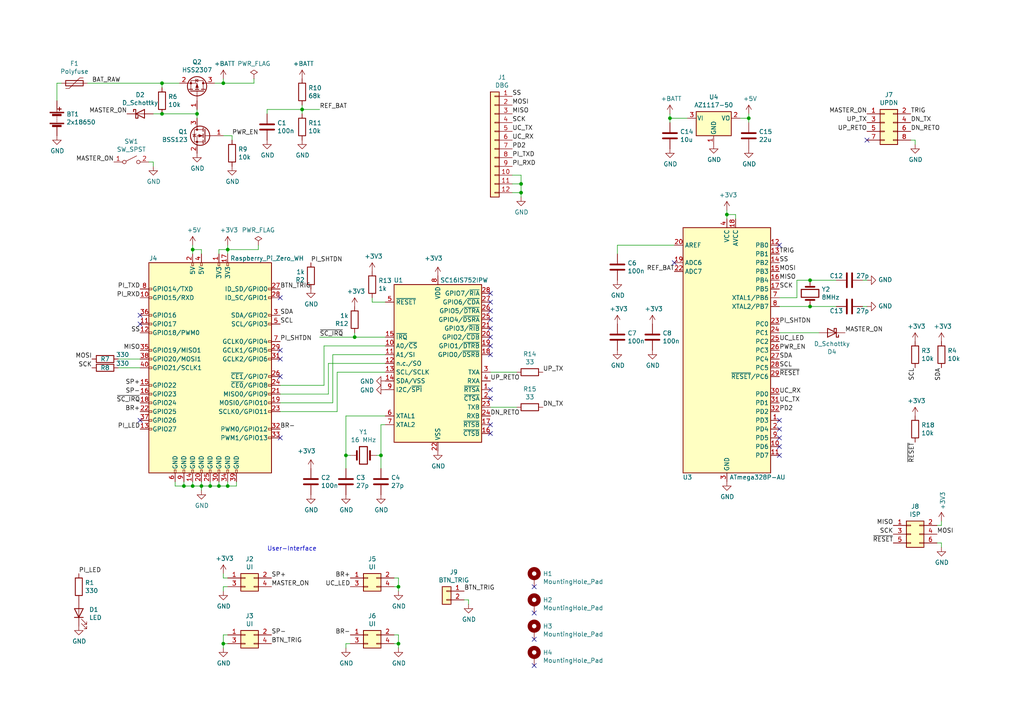
<source format=kicad_sch>
(kicad_sch (version 20211123) (generator eeschema)
  (paper "A4")
  (junction (at 115.57 186.69))
  (junction (at 151.13 53.34))
  (junction (at 55.88 140.97))
  (junction (at 110.49 132.08))
  (junction (at 46.99 24.13))
  (junction (at 53.34 140.97))
  (junction (at 102.87 97.79))
  (junction (at 58.42 140.97))
  (junction (at 194.31 34.29))
  (junction (at 151.13 55.88))
  (junction (at 66.04 140.97))
  (junction (at 60.96 140.97))
  (junction (at 55.88 72.39))
  (junction (at 115.57 170.18))
  (junction (at 66.04 72.39))
  (junction (at 217.17 34.29))
  (junction (at 64.77 24.13))
  (junction (at 87.63 31.75))
  (junction (at 100.33 132.08))
  (junction (at 234.95 81.28))
  (junction (at 46.99 33.02))
  (junction (at 210.82 62.23))
  (junction (at 57.15 33.02))
  (junction (at 63.5 140.97))
  (junction (at 64.77 186.69))
  (junction (at 234.95 88.9))
  (no_connect (at 142.24 125.73))
  (no_connect (at 40.64 121.92))
  (no_connect (at 81.28 127))
  (no_connect (at 142.24 123.19))
  (no_connect (at 142.24 95.25))
  (no_connect (at 154.94 170.18))
  (no_connect (at 226.06 71.12))
  (no_connect (at 142.24 113.03))
  (no_connect (at 226.06 124.46))
  (no_connect (at 40.64 91.44))
  (no_connect (at 195.58 76.2))
  (no_connect (at 142.24 100.33))
  (no_connect (at 142.24 87.63))
  (no_connect (at 81.28 104.14))
  (no_connect (at 142.24 85.09))
  (no_connect (at 226.06 129.54))
  (no_connect (at 154.94 193.04))
  (no_connect (at 251.46 40.64))
  (no_connect (at 142.24 102.87))
  (no_connect (at 142.24 97.79))
  (no_connect (at 226.06 132.08))
  (no_connect (at 40.64 93.98))
  (no_connect (at 154.94 177.8))
  (no_connect (at 226.06 121.92))
  (no_connect (at 142.24 90.17))
  (no_connect (at 154.94 185.42))
  (no_connect (at 226.06 127))
  (no_connect (at 142.24 92.71))
  (no_connect (at 142.24 115.57))
  (no_connect (at 81.28 109.22))
  (no_connect (at 81.28 101.6))
  (no_connect (at 81.28 86.36))
  (wire (pts (xy 265.43 40.64) (xy 265.43 41.91)))
  (wire (pts (xy 96.52 116.84) (xy 96.52 102.87)))
  (wire (pts (xy 148.59 55.88) (xy 151.13 55.88)))
  (wire (pts (xy 231.14 81.28) (xy 231.14 86.36)))
  (wire (pts (xy 55.88 140.97) (xy 58.42 140.97)))
  (wire (pts (xy 77.47 31.75) (xy 77.47 33.02)))
  (wire (pts (xy 149.86 107.95) (xy 142.24 107.95)))
  (wire (pts (xy 237.49 96.52) (xy 226.06 96.52)))
  (wire (pts (xy 199.39 34.29) (xy 194.31 34.29)))
  (wire (pts (xy 64.77 186.69) (xy 64.77 187.96)))
  (wire (pts (xy 210.82 62.23) (xy 210.82 63.5)))
  (wire (pts (xy 110.49 132.08) (xy 110.49 135.89)))
  (wire (pts (xy 214.63 34.29) (xy 217.17 34.29)))
  (wire (pts (xy 217.17 34.29) (xy 217.17 35.56)))
  (wire (pts (xy 60.96 140.97) (xy 63.5 140.97)))
  (wire (pts (xy 66.04 167.64) (xy 64.77 167.64)))
  (wire (pts (xy 271.78 157.48) (xy 273.05 157.48)))
  (wire (pts (xy 135.89 173.99) (xy 135.89 175.26)))
  (wire (pts (xy 64.77 39.37) (xy 67.31 39.37)))
  (wire (pts (xy 55.88 72.39) (xy 58.42 72.39)))
  (wire (pts (xy 64.77 184.15) (xy 64.77 186.69)))
  (wire (pts (xy 115.57 170.18) (xy 115.57 171.45)))
  (wire (pts (xy 73.66 24.13) (xy 73.66 22.86)))
  (wire (pts (xy 55.88 72.39) (xy 55.88 73.66)))
  (wire (pts (xy 100.33 120.65) (xy 111.76 120.65)))
  (wire (pts (xy 66.04 72.39) (xy 74.93 72.39)))
  (wire (pts (xy 87.63 31.75) (xy 77.47 31.75)))
  (wire (pts (xy 58.42 140.97) (xy 58.42 139.7)))
  (wire (pts (xy 210.82 60.96) (xy 210.82 62.23)))
  (wire (pts (xy 250.19 81.28) (xy 251.46 81.28)))
  (wire (pts (xy 234.95 88.9) (xy 242.57 88.9)))
  (wire (pts (xy 44.45 33.02) (xy 46.99 33.02)))
  (wire (pts (xy 231.14 86.36) (xy 226.06 86.36)))
  (wire (pts (xy 68.58 140.97) (xy 68.58 139.7)))
  (wire (pts (xy 87.63 31.75) (xy 87.63 33.02)))
  (wire (pts (xy 34.29 106.68) (xy 40.64 106.68)))
  (wire (pts (xy 58.42 142.24) (xy 58.42 140.97)))
  (wire (pts (xy 194.31 34.29) (xy 194.31 35.56)))
  (wire (pts (xy 87.63 31.75) (xy 92.71 31.75)))
  (wire (pts (xy 110.49 123.19) (xy 110.49 132.08)))
  (wire (pts (xy 46.99 33.02) (xy 57.15 33.02)))
  (wire (pts (xy 16.51 24.13) (xy 16.51 29.21)))
  (wire (pts (xy 66.04 139.7) (xy 66.04 140.97)))
  (wire (pts (xy 63.5 73.66) (xy 63.5 72.39)))
  (wire (pts (xy 102.87 97.79) (xy 111.76 97.79)))
  (wire (pts (xy 101.6 132.08) (xy 100.33 132.08)))
  (wire (pts (xy 58.42 140.97) (xy 60.96 140.97)))
  (wire (pts (xy 115.57 186.69) (xy 115.57 187.96)))
  (wire (pts (xy 63.5 140.97) (xy 66.04 140.97)))
  (wire (pts (xy 114.3 167.64) (xy 115.57 167.64)))
  (wire (pts (xy 66.04 170.18) (xy 64.77 170.18)))
  (wire (pts (xy 213.36 62.23) (xy 213.36 63.5)))
  (wire (pts (xy 74.93 72.39) (xy 74.93 71.12)))
  (wire (pts (xy 63.5 72.39) (xy 66.04 72.39)))
  (wire (pts (xy 273.05 152.4) (xy 273.05 151.13)))
  (wire (pts (xy 95.25 114.3) (xy 95.25 105.41)))
  (wire (pts (xy 148.59 53.34) (xy 151.13 53.34)))
  (wire (pts (xy 16.51 24.13) (xy 17.78 24.13)))
  (wire (pts (xy 151.13 50.8) (xy 151.13 53.34)))
  (wire (pts (xy 87.63 30.48) (xy 87.63 31.75)))
  (wire (pts (xy 111.76 123.19) (xy 110.49 123.19)))
  (wire (pts (xy 64.77 24.13) (xy 73.66 24.13)))
  (wire (pts (xy 66.04 140.97) (xy 68.58 140.97)))
  (wire (pts (xy 102.87 97.79) (xy 92.71 97.79)))
  (wire (pts (xy 66.04 184.15) (xy 64.77 184.15)))
  (wire (pts (xy 194.31 33.02) (xy 194.31 34.29)))
  (wire (pts (xy 271.78 152.4) (xy 273.05 152.4)))
  (wire (pts (xy 53.34 139.7) (xy 53.34 140.97)))
  (wire (pts (xy 96.52 102.87) (xy 111.76 102.87)))
  (wire (pts (xy 66.04 72.39) (xy 66.04 71.12)))
  (wire (pts (xy 81.28 114.3) (xy 95.25 114.3)))
  (wire (pts (xy 114.3 184.15) (xy 115.57 184.15)))
  (wire (pts (xy 115.57 167.64) (xy 115.57 170.18)))
  (wire (pts (xy 46.99 24.13) (xy 46.99 25.4)))
  (wire (pts (xy 64.77 170.18) (xy 64.77 171.45)))
  (wire (pts (xy 97.79 119.38) (xy 97.79 107.95)))
  (wire (pts (xy 251.46 88.9) (xy 250.19 88.9)))
  (wire (pts (xy 62.23 24.13) (xy 64.77 24.13)))
  (wire (pts (xy 44.45 46.99) (xy 44.45 48.26)))
  (wire (pts (xy 115.57 184.15) (xy 115.57 186.69)))
  (wire (pts (xy 50.8 140.97) (xy 50.8 139.7)))
  (wire (pts (xy 55.88 71.12) (xy 55.88 72.39)))
  (wire (pts (xy 25.4 24.13) (xy 46.99 24.13)))
  (wire (pts (xy 234.95 81.28) (xy 231.14 81.28)))
  (wire (pts (xy 109.22 132.08) (xy 110.49 132.08)))
  (wire (pts (xy 210.82 62.23) (xy 213.36 62.23)))
  (wire (pts (xy 60.96 139.7) (xy 60.96 140.97)))
  (wire (pts (xy 34.29 104.14) (xy 40.64 104.14)))
  (wire (pts (xy 81.28 116.84) (xy 96.52 116.84)))
  (wire (pts (xy 148.59 50.8) (xy 151.13 50.8)))
  (wire (pts (xy 151.13 55.88) (xy 151.13 57.15)))
  (wire (pts (xy 114.3 186.69) (xy 115.57 186.69)))
  (wire (pts (xy 107.95 87.63) (xy 107.95 86.36)))
  (wire (pts (xy 151.13 53.34) (xy 151.13 55.88)))
  (wire (pts (xy 57.15 33.02) (xy 57.15 34.29)))
  (wire (pts (xy 100.33 186.69) (xy 100.33 187.96)))
  (wire (pts (xy 93.98 100.33) (xy 93.98 111.76)))
  (wire (pts (xy 179.07 71.12) (xy 179.07 73.66)))
  (wire (pts (xy 64.77 167.64) (xy 64.77 166.37)))
  (wire (pts (xy 149.86 118.11) (xy 142.24 118.11)))
  (wire (pts (xy 234.95 81.28) (xy 242.57 81.28)))
  (wire (pts (xy 66.04 73.66) (xy 66.04 72.39)))
  (wire (pts (xy 111.76 100.33) (xy 93.98 100.33)))
  (wire (pts (xy 273.05 157.48) (xy 273.05 158.75)))
  (wire (pts (xy 100.33 120.65) (xy 100.33 132.08)))
  (wire (pts (xy 63.5 139.7) (xy 63.5 140.97)))
  (wire (pts (xy 52.07 24.13) (xy 46.99 24.13)))
  (wire (pts (xy 50.8 140.97) (xy 53.34 140.97)))
  (wire (pts (xy 64.77 24.13) (xy 64.77 22.86)))
  (wire (pts (xy 66.04 186.69) (xy 64.77 186.69)))
  (wire (pts (xy 264.16 40.64) (xy 265.43 40.64)))
  (wire (pts (xy 95.25 105.41) (xy 111.76 105.41)))
  (wire (pts (xy 67.31 39.37) (xy 67.31 40.64)))
  (wire (pts (xy 107.95 87.63) (xy 111.76 87.63)))
  (wire (pts (xy 100.33 132.08) (xy 100.33 135.89)))
  (wire (pts (xy 58.42 72.39) (xy 58.42 73.66)))
  (wire (pts (xy 55.88 139.7) (xy 55.88 140.97)))
  (wire (pts (xy 102.87 97.79) (xy 102.87 96.52)))
  (wire (pts (xy 226.06 88.9) (xy 234.95 88.9)))
  (wire (pts (xy 97.79 107.95) (xy 111.76 107.95)))
  (wire (pts (xy 195.58 71.12) (xy 179.07 71.12)))
  (wire (pts (xy 93.98 111.76) (xy 81.28 111.76)))
  (wire (pts (xy 53.34 140.97) (xy 55.88 140.97)))
  (wire (pts (xy 43.18 46.99) (xy 44.45 46.99)))
  (wire (pts (xy 134.62 173.99) (xy 135.89 173.99)))
  (wire (pts (xy 101.6 186.69) (xy 100.33 186.69)))
  (wire (pts (xy 81.28 119.38) (xy 97.79 119.38)))
  (wire (pts (xy 217.17 33.02) (xy 217.17 34.29)))
  (wire (pts (xy 114.3 170.18) (xy 115.57 170.18)))
  (wire (pts (xy 57.15 33.02) (xy 57.15 31.75)))
  (text "User-Interface" (at 77.47 160.02 0) (effects (font (size 1.27 1.27)) (justify left bottom)))
  (label "MASTER_ON" (at 245.11 96.52 0))
  (label "DN_RETO" (at 142.24 120.65 0))
  (label "MOSI" (at 226.06 78.74 0))
  (label "~{SC_IRQ}" (at 40.64 116.84 180))
  (label "MASTER_ON" (at 251.46 33.02 180))
  (label "BAT_RAW" (at 26.67 24.13 0))
  (label "UP_TX" (at 157.48 107.95 0))
  (label "SP+" (at 78.74 167.64 0))
  (label "SS" (at 148.59 27.94 0))
  (label "~{RESET}" (at 259.08 157.48 180))
  (label "MISO" (at 40.64 101.6 180))
  (label "SS" (at 40.64 96.52 180))
  (label "TRIG" (at 264.16 33.02 0))
  (label "PI_SHTDN" (at 81.28 99.06 0))
  (label "DN_RETO" (at 264.16 38.1 0))
  (label "PI_RXD" (at 40.64 86.36 180))
  (label "BTN_TRIG" (at 78.74 186.69 0))
  (label "BR-" (at 101.6 184.15 180))
  (label "BTN_TRIG" (at 81.28 83.82 0))
  (label "SDA" (at 226.06 104.14 0))
  (label "SCK" (at 226.06 83.82 0))
  (label "DN_TX" (at 264.16 35.56 0))
  (label "SCL" (at 265.43 106.68 270))
  (label "UC_RX" (at 226.06 114.3 0))
  (label "BR+" (at 101.6 167.64 180))
  (label "PD2" (at 148.59 43.18 0))
  (label "PWR_EN" (at 67.31 39.37 0))
  (label "SS" (at 226.06 76.2 0))
  (label "SCL" (at 81.28 93.98 0))
  (label "UC_TX" (at 148.59 38.1 0))
  (label "BR-" (at 81.28 124.46 0))
  (label "SDA" (at 81.28 91.44 0))
  (label "SDA" (at 273.05 106.68 270))
  (label "SCK" (at 148.59 35.56 0))
  (label "MISO" (at 226.06 81.28 0))
  (label "~{SC_IRQ}" (at 92.71 97.79 0))
  (label "MISO" (at 259.08 152.4 180))
  (label "PI_RXD" (at 148.59 48.26 0))
  (label "SCK" (at 259.08 154.94 180))
  (label "~{RESET}" (at 265.43 128.27 270))
  (label "MOSI" (at 271.78 154.94 0))
  (label "UC_RX" (at 148.59 40.64 0))
  (label "SP-" (at 78.74 184.15 0))
  (label "PI_LED" (at 40.64 124.46 180))
  (label "UC_LED" (at 226.06 99.06 0))
  (label "UP_RETO" (at 142.24 110.49 0))
  (label "PI_TXD" (at 148.59 45.72 0))
  (label "MOSI" (at 148.59 30.48 0))
  (label "~{RESET}" (at 226.06 109.22 0))
  (label "UC_TX" (at 226.06 116.84 0))
  (label "PI_LED" (at 22.86 166.37 0))
  (label "PD2" (at 226.06 119.38 0))
  (label "TRIG" (at 226.06 73.66 0))
  (label "SCK" (at 26.67 106.68 180))
  (label "SP-" (at 40.64 114.3 180))
  (label "UP_RETO" (at 251.46 38.1 180))
  (label "MOSI" (at 26.67 104.14 180))
  (label "MASTER_ON" (at 33.02 46.99 180))
  (label "UP_TX" (at 251.46 35.56 180))
  (label "DN_TX" (at 157.48 118.11 0))
  (label "MASTER_ON" (at 36.83 33.02 180))
  (label "MISO" (at 148.59 33.02 0))
  (label "PI_SHTDN" (at 90.17 76.2 0))
  (label "PWR_EN" (at 226.06 101.6 0))
  (label "BTN_TRIG" (at 134.62 171.45 0))
  (label "UC_LED" (at 101.6 170.18 180))
  (label "PI_TXD" (at 40.64 83.82 180))
  (label "BR+" (at 40.64 119.38 180))
  (label "REF_BAT" (at 92.71 31.75 0))
  (label "MASTER_ON" (at 78.74 170.18 0))
  (label "SCL" (at 226.06 106.68 0))
  (label "SP+" (at 40.64 111.76 180))
  (label "REF_BAT" (at 195.58 78.74 180))
  (label "PI_SHTDN" (at 226.06 93.98 0))
  (symbol (lib_id "Device:R") (at 22.86 170.18 0) (unit 1)
    (property "Reference" "R1" (at 24.638 169.0116 0) (effects (justify left)))
    (property "Value" "330" (at 24.638 171.323 0) (effects (justify left)))
    (property "Footprint" "Resistor_SMD:R_0603_1608Metric" (effects hide))
    (property "MPN" "RC0603FR-07330RL" (effects hide))
    (property "Manufacturer" "YAGEO" (effects hide))
  )
  (symbol (lib_id "Device:LED") (at 22.86 177.8 90) (unit 1)
    (property "Reference" "D1" (at 25.8572 176.8094 90) (effects (justify right)))
    (property "Value" "LED" (at 25.8572 179.1208 90) (effects (justify right)))
    (property "Footprint" "LED_SMD:LED_0603_1608Metric" (effects hide))
    (property "MPN" "LTST-C193KRKT-5A" (effects hide))
    (property "Manufacturer" "Lite-On" (effects hide))
  )
  (symbol (lib_id "power:GND") (at 22.86 181.61 0) (unit 1)
    (property "Reference" "#PWR0105" (effects hide))
    (property "Value" "GND" (at 22.987 186.0042 0))
  )
  (symbol (lib_id "Device:R") (at 153.67 107.95 90) (unit 1)
    (property "Reference" "R14" (at 153.67 102.6922 90))
    (property "Value" "33" (at 153.67 105.0036 90))
    (property "Footprint" "Resistor_SMD:R_0603_1608Metric" (effects hide))
    (property "Manufacturer" "YAGEO" (effects hide))
    (property "MPN" "RC0603FR-0733RL" (effects hide))
  )
  (symbol (lib_id "Device:R") (at 153.67 118.11 90) (unit 1)
    (property "Reference" "R15" (at 153.67 112.8522 90))
    (property "Value" "33" (at 153.67 115.1636 90))
    (property "Footprint" "Resistor_SMD:R_0603_1608Metric" (effects hide))
    (property "Manufacturer" "YAGEO" (effects hide))
    (property "MPN" "RC0603FR-0733RL" (effects hide))
  )
  (symbol (lib_id "Interface_UART:SC16IS752IPW") (at 127 105.41 0) (unit 1)
    (property "Reference" "U1" (at 115.57 81.28 0))
    (property "Value" "SC16IS752IPW" (at 134.62 81.28 0))
    (property "Footprint" "Package_SO:TSSOP-28_4.4x9.7mm_P0.65mm" (effects hide))
    (property "Datasheet" "https://www.nxp.com/docs/en/data-sheet/SC16IS752_SC16IS762.pdf" (effects hide))
    (property "MPN" "SC16IS752IPW,128" (effects hide))
    (property "Manufacturer" "NXP" (effects hide))
  )
  (symbol (lib_id "Transistor_FET:BSS123") (at 59.69 39.37 0) (mirror y) (unit 1)
    (property "Reference" "Q1" (at 54.483 38.2016 0) (effects (justify left)))
    (property "Value" "BSS123" (at 54.483 40.513 0) (effects (justify left)))
    (property "Footprint" "Package_TO_SOT_SMD:SOT-23" (effects hide))
    (property "Datasheet" "http://www.diodes.com/assets/Datasheets/ds30366.pdf" (effects hide))
    (property "Manufacturer" "Changjiang Electronics Tech (CJ)" (effects hide))
    (property "MPN" "BSS123" (effects hide))
  )
  (symbol (lib_id "power:GND") (at 57.15 44.45 0) (unit 1)
    (property "Reference" "#PWR0127" (effects hide))
    (property "Value" "GND" (at 57.277 48.8442 0))
  )
  (symbol (lib_id "Device:R") (at 67.31 44.45 0) (unit 1)
    (property "Reference" "R9" (at 69.088 43.2816 0) (effects (justify left)))
    (property "Value" "10k" (at 69.088 45.593 0) (effects (justify left)))
    (property "Footprint" "Resistor_SMD:R_0603_1608Metric" (effects hide))
    (property "Manufacturer" "YAGEO" (effects hide))
    (property "MPN" "RC0603JR-0710KL" (effects hide))
  )
  (symbol (lib_id "power:GND") (at 67.31 48.26 0) (unit 1)
    (property "Reference" "#PWR0128" (effects hide))
    (property "Value" "GND" (at 67.437 52.6542 0))
  )
  (symbol (lib_id "power:+BATT") (at 64.77 22.86 0) (unit 1)
    (property "Reference" "#PWR0129" (effects hide))
    (property "Value" "+BATT" (at 65.151 18.4658 0))
  )
  (symbol (lib_id "power:GND") (at 16.51 39.37 0) (unit 1)
    (property "Reference" "#PWR0130" (effects hide))
    (property "Value" "GND" (at 16.637 43.7642 0))
  )
  (symbol (lib_id "Device:Battery") (at 16.51 34.29 0) (unit 1)
    (property "Reference" "BT1" (at 19.2532 33.1216 0) (effects (justify left)))
    (property "Value" "2x18650" (at 19.2532 35.433 0) (effects (justify left)))
    (property "Footprint" "Connector_PinHeader_2.54mm:PinHeader_2x01_P2.54mm_Vertical" (effects hide))
    (property "Manufacturer" "DNP" (effects hide))
    (property "MPN" "DNP" (effects hide))
  )
  (symbol (lib_id "Device:D_Schottky") (at 40.64 33.02 0) (unit 1)
    (property "Reference" "D2" (at 40.64 27.5082 0))
    (property "Value" "D_Schottky" (at 40.64 29.8196 0))
    (property "Footprint" "Diode_SMD:D_SOD-123" (effects hide))
    (property "Manufacturer" "Guangdong Hottech" (effects hide))
    (property "MPN" "SD103AW" (effects hide))
  )
  (symbol (lib_id "Device:Polyfuse") (at 21.59 24.13 270) (unit 1)
    (property "Reference" "F1" (at 21.59 18.415 90))
    (property "Value" "Polyfuse" (at 21.59 20.7264 90))
    (property "Footprint" "Fuse:Fuse_1812_4532Metric_Castellated" (effects hide))
    (property "Manufacturer" "BHFUSE " (effects hide))
    (property "MPN" "BSMD1812-200-30V" (effects hide))
  )
  (symbol (lib_id "power:GND") (at 77.47 40.64 0) (unit 1)
    (property "Reference" "#PWR0131" (effects hide))
    (property "Value" "GND" (at 77.597 45.0342 0))
  )
  (symbol (lib_id "Device:C") (at 77.47 36.83 0) (unit 1)
    (property "Reference" "C1" (at 80.391 35.6616 0) (effects (justify left)))
    (property "Value" "100n" (at 80.391 37.973 0) (effects (justify left)))
    (property "Footprint" "Capacitor_SMD:C_0603_1608Metric" (effects hide))
    (property "MPN" "CC0603KRX7R0BB104" (effects hide))
    (property "Manufacturer" "YAGEO" (effects hide))
  )
  (symbol (lib_id "power:+BATT") (at 87.63 22.86 0) (unit 1)
    (property "Reference" "#PWR0132" (effects hide))
    (property "Value" "+BATT" (at 88.011 18.4658 0))
  )
  (symbol (lib_id "power:GND") (at 87.63 40.64 0) (unit 1)
    (property "Reference" "#PWR0133" (effects hide))
    (property "Value" "GND" (at 87.757 45.0342 0))
  )
  (symbol (lib_id "Device:R") (at 87.63 36.83 0) (unit 1)
    (property "Reference" "R11" (at 89.408 35.6616 0) (effects (justify left)))
    (property "Value" "10k" (at 89.408 37.973 0) (effects (justify left)))
    (property "Footprint" "Resistor_SMD:R_0603_1608Metric" (effects hide))
    (property "Manufacturer" "YAGEO" (effects hide))
    (property "MPN" "RC0603JR-0710KL" (effects hide))
  )
  (symbol (lib_id "Device:R") (at 87.63 26.67 0) (unit 1)
    (property "Reference" "R10" (at 89.408 25.5016 0) (effects (justify left)))
    (property "Value" "68k" (at 89.408 27.813 0) (effects (justify left)))
    (property "Footprint" "Resistor_SMD:R_0603_1608Metric" (effects hide))
    (property "Manufacturer" "YAGEO" (effects hide))
    (property "MPN" "RC0603JR-0768KL" (effects hide))
  )
  (symbol (lib_id "Connector:Raspberry_Pi_2_3") (at 60.96 106.68 0) (unit 1)
    (property "Reference" "J4" (at 44.45 74.93 0))
    (property "Value" "Raspberry_Pi_Zero_WH" (at 77.47 74.93 0))
    (property "Footprint" "main_pcb:RPiZero" (effects hide))
    (property "Datasheet" "https://www.raspberrypi.org/documentation/hardware/raspberrypi/schematics/rpi_SCH_3bplus_1p0_reduced.pdf" (effects hide))
    (property "MPN" "C50982" (effects hide))
    (property "Manufacturer" "BOOMELE" (effects hide))
  )
  (symbol (lib_id "Device:R") (at 102.87 92.71 180) (unit 1)
    (property "Reference" "R12" (at 101.092 93.8784 0) (effects (justify left)))
    (property "Value" "1k" (at 101.092 91.567 0) (effects (justify left)))
    (property "Footprint" "Resistor_SMD:R_0603_1608Metric" (effects hide))
    (property "Manufacturer" "YAGEO" (effects hide))
    (property "MPN" "AC0603FR-071KL" (effects hide))
  )
  (symbol (lib_id "power:+3V3") (at 102.87 88.9 0) (unit 1)
    (property "Reference" "#PWR020" (effects hide))
    (property "Value" "+3V3" (at 103.251 84.5058 0))
  )
  (symbol (lib_id "power:GND") (at 111.76 113.03 270) (unit 1)
    (property "Reference" "#PWR024" (effects hide))
    (property "Value" "GND" (at 108.5088 113.157 90) (effects (justify right)))
  )
  (symbol (lib_id "power:+3V3") (at 127 80.01 0) (unit 1)
    (property "Reference" "#PWR025" (effects hide))
    (property "Value" "+3V3" (at 125.73 74.93 0))
  )
  (symbol (lib_id "power:GND") (at 58.42 142.24 0) (unit 1)
    (property "Reference" "#PWR012" (effects hide))
    (property "Value" "GND" (at 58.547 146.6342 0))
  )
  (symbol (lib_id "power:GND") (at 127 130.81 0) (unit 1)
    (property "Reference" "#PWR026" (effects hide))
    (property "Value" "GND" (at 127.127 135.2042 0))
  )
  (symbol (lib_id "power:GND") (at 90.17 143.51 0) (unit 1)
    (property "Reference" "#PWR018" (effects hide))
    (property "Value" "GND" (at 90.297 147.9042 0))
  )
  (symbol (lib_id "Device:C") (at 90.17 139.7 0) (unit 1)
    (property "Reference" "C2" (at 93.091 138.5316 0) (effects (justify left)))
    (property "Value" "100n" (at 93.091 140.843 0) (effects (justify left)))
    (property "Footprint" "Capacitor_SMD:C_0603_1608Metric" (effects hide))
    (property "Manufacturer" "YAGEO" (effects hide))
    (property "MPN" "CC0603KRX7R0BB104" (effects hide))
  )
  (symbol (lib_id "power:+3V3") (at 90.17 135.89 0) (unit 1)
    (property "Reference" "#PWR017" (effects hide))
    (property "Value" "+3V3" (at 88.9 130.81 0))
  )
  (symbol (lib_id "Regulator_Linear:AZ1117-5.0") (at 207.01 34.29 0) (unit 1)
    (property "Reference" "U4" (at 207.01 28.1432 0))
    (property "Value" "AZ1117-50" (at 207.01 30.4546 0))
    (property "Footprint" "Package_TO_SOT_SMD:SOT-223-3_TabPin2" (effects hide))
    (property "Datasheet" "http://www.diodes.com/datasheets/AP1117.pdf" (effects hide))
    (property "MPN" "AZ1117CH-5.0TRG1" (effects hide))
    (property "Manufacturer" "Diodes Incorporated" (effects hide))
  )
  (symbol (lib_id "Device:C") (at 217.17 39.37 0) (unit 1)
    (property "Reference" "C15" (at 220.091 38.2016 0) (effects (justify left)))
    (property "Value" "22u" (at 220.091 40.513 0) (effects (justify left)))
    (property "Footprint" "Capacitor_SMD:C_1206_3216Metric" (effects hide))
    (property "MPN" "CC1206KKX5R8BB226" (effects hide))
    (property "Manufacturer" "YAGEO" (effects hide))
  )
  (symbol (lib_id "Device:C") (at 194.31 39.37 0) (unit 1)
    (property "Reference" "C14" (at 197.231 38.2016 0) (effects (justify left)))
    (property "Value" "10u" (at 197.231 40.513 0) (effects (justify left)))
    (property "Footprint" "Capacitor_SMD:C_1206_3216Metric" (effects hide))
    (property "MPN" "CC1206KKX5R8BB106" (effects hide))
    (property "Manufacturer" "YAGEO" (effects hide))
  )
  (symbol (lib_id "power:GND") (at 194.31 43.18 0) (unit 1)
    (property "Reference" "#PWR045" (effects hide))
    (property "Value" "GND" (at 194.437 47.5742 0))
  )
  (symbol (lib_id "power:GND") (at 217.17 43.18 0) (unit 1)
    (property "Reference" "#PWR048" (effects hide))
    (property "Value" "GND" (at 217.297 47.5742 0))
  )
  (symbol (lib_id "power:GND") (at 207.01 41.91 0) (unit 1)
    (property "Reference" "#PWR046" (effects hide))
    (property "Value" "GND" (at 207.137 46.3042 0))
  )
  (symbol (lib_id "power:+3V3") (at 66.04 71.12 0) (unit 1)
    (property "Reference" "#PWR014" (effects hide))
    (property "Value" "+3V3" (at 66.421 66.7258 0))
  )
  (symbol (lib_id "power:+BATT") (at 194.31 33.02 0) (unit 1)
    (property "Reference" "#PWR044" (effects hide))
    (property "Value" "+BATT" (at 194.691 28.6258 0))
  )
  (symbol (lib_id "power:GND") (at 210.82 139.7 0) (unit 1)
    (property "Reference" "#PWR034" (effects hide))
    (property "Value" "GND" (at 210.947 144.0942 0))
  )
  (symbol (lib_id "Device:Crystal") (at 234.95 85.09 270) (unit 1)
    (property "Reference" "Y2" (at 238.2774 83.9216 90) (effects (justify left)))
    (property "Value" "8MHz" (at 238.2774 86.233 90) (effects (justify left)))
    (property "Footprint" "Crystal:Crystal_SMD_HC49-SD" (effects hide))
    (property "MPN" "C16000J119" (effects hide))
    (property "Manufacturer" "ECEC" (effects hide))
  )
  (symbol (lib_id "Device:C") (at 246.38 81.28 270) (unit 1)
    (property "Reference" "C12" (at 242.57 80.01 90))
    (property "Value" "27p" (at 250.19 80.01 90))
    (property "Footprint" "Capacitor_SMD:C_0603_1608Metric" (effects hide))
    (property "MPN" "CC0603JRNPO9BN270" (effects hide))
    (property "Manufacturer" "YAGEO" (effects hide))
  )
  (symbol (lib_id "Device:C") (at 246.38 88.9 270) (unit 1)
    (property "Reference" "C13" (at 242.57 90.17 90))
    (property "Value" "27p" (at 250.19 90.17 90))
    (property "Footprint" "Capacitor_SMD:C_0603_1608Metric" (effects hide))
    (property "MPN" "CC0603JRNPO9BN270" (effects hide))
    (property "Manufacturer" "YAGEO" (effects hide))
  )
  (symbol (lib_id "power:GND") (at 251.46 81.28 90) (unit 1)
    (property "Reference" "#PWR041" (effects hide))
    (property "Value" "GND" (at 254.7112 81.153 90) (effects (justify right)))
  )
  (symbol (lib_id "power:GND") (at 251.46 88.9 90) (unit 1)
    (property "Reference" "#PWR042" (effects hide))
    (property "Value" "GND" (at 254.7112 88.773 90) (effects (justify right)))
  )
  (symbol (lib_id "power:+3V3") (at 210.82 60.96 0) (unit 1)
    (property "Reference" "#PWR033" (effects hide))
    (property "Value" "+3V3" (at 211.201 56.5658 0))
  )
  (symbol (lib_id "MCU_Microchip_ATmega:ATmega328P-AU") (at 210.82 101.6 0) (unit 1)
    (property "Reference" "U3" (at 199.39 138.43 0))
    (property "Value" "ATmega328P-AU" (at 219.71 138.43 0))
    (property "Footprint" "Package_QFP:TQFP-32_7x7mm_P0.8mm" (effects hide))
    (property "Datasheet" "http://ww1.microchip.com/downloads/en/DeviceDoc/ATmega328_P%20AVR%20MCU%20with%20picoPower%20Technology%20Data%20Sheet%2040001984A.pdf" (effects hide))
    (property "MPN" "ATmega328P-AU" (effects hide))
    (property "Manufacturer" "Microchip" (effects hide))
  )
  (symbol (lib_id "power:GND") (at 179.07 81.28 0) (unit 1)
    (property "Reference" "#PWR028" (effects hide))
    (property "Value" "GND" (at 179.197 85.6742 0))
  )
  (symbol (lib_id "Device:C") (at 179.07 77.47 0) (unit 1)
    (property "Reference" "C6" (at 181.991 76.3016 0) (effects (justify left)))
    (property "Value" "100n" (at 181.991 78.613 0) (effects (justify left)))
    (property "Footprint" "Capacitor_SMD:C_0603_1608Metric" (effects hide))
    (property "MPN" "CC0603KRX7R0BB104" (effects hide))
    (property "Manufacturer" "YAGEO" (effects hide))
  )
  (symbol (lib_id "Device:R") (at 265.43 124.46 0) (unit 1)
    (property "Reference" "R18" (at 267.208 123.2916 0) (effects (justify left)))
    (property "Value" "10k" (at 267.208 125.603 0) (effects (justify left)))
    (property "Footprint" "Resistor_SMD:R_0603_1608Metric" (effects hide))
    (property "MPN" "RC0603JR-0710KL" (effects hide))
    (property "Manufacturer" "YAGEO" (effects hide))
  )
  (symbol (lib_id "power:+3V3") (at 265.43 120.65 0) (unit 1)
    (property "Reference" "#PWR036" (effects hide))
    (property "Value" "+3V3" (at 265.811 116.2558 0))
  )
  (symbol (lib_id "power:+3V3") (at 273.05 151.13 0) (unit 1)
    (property "Reference" "#PWR037" (effects hide))
    (property "Value" "+3V3" (at 273.431 147.8788 90) (effects (justify left)))
  )
  (symbol (lib_id "power:GND") (at 273.05 158.75 0) (unit 1)
    (property "Reference" "#PWR038" (effects hide))
    (property "Value" "GND" (at 273.177 163.1442 0))
  )
  (symbol (lib_id "Mechanical:MountingHole_Pad") (at 154.94 167.64 0) (unit 1)
    (property "Reference" "H1" (at 157.48 166.3954 0) (effects (justify left)))
    (property "Value" "MountingHole_Pad" (at 157.48 168.7068 0) (effects (justify left)))
    (property "Footprint" "MountingHole:MountingHole_3.2mm_M3_Pad" (effects hide))
    (property "MPN" "DNP" (effects hide))
    (property "Manufacturer" "DNP" (effects hide))
  )
  (symbol (lib_id "Mechanical:MountingHole_Pad") (at 154.94 175.26 0) (unit 1)
    (property "Reference" "H2" (at 157.48 174.0154 0) (effects (justify left)))
    (property "Value" "MountingHole_Pad" (at 157.48 176.3268 0) (effects (justify left)))
    (property "Footprint" "MountingHole:MountingHole_3.2mm_M3_Pad" (effects hide))
    (property "MPN" "DNP" (effects hide))
    (property "Manufacturer" "DNP" (effects hide))
  )
  (symbol (lib_id "Mechanical:MountingHole_Pad") (at 154.94 182.88 0) (unit 1)
    (property "Reference" "H3" (at 157.48 181.6354 0) (effects (justify left)))
    (property "Value" "MountingHole_Pad" (at 157.48 183.9468 0) (effects (justify left)))
    (property "Footprint" "MountingHole:MountingHole_3.2mm_M3_Pad" (effects hide))
    (property "MPN" "DNP" (effects hide))
    (property "Manufacturer" "DNP" (effects hide))
  )
  (symbol (lib_id "Connector_Generic:Conn_02x03_Odd_Even") (at 264.16 154.94 0) (unit 1)
    (property "Reference" "J8" (at 265.43 146.8882 0))
    (property "Value" "ISP" (at 265.43 149.1996 0))
    (property "Footprint" "Connector_IDC:IDC-Header_2x03_P2.54mm_Vertical" (effects hide))
    (property "Manufacturer" "BOOMELE" (effects hide))
    (property "MPN" "C11214" (effects hide))
  )
  (symbol (lib_id "Device:Crystal") (at 105.41 132.08 0) (unit 1)
    (property "Reference" "Y1" (at 105.41 125.2728 0))
    (property "Value" "16 MHz" (at 105.41 127.5842 0))
    (property "Footprint" "Crystal:Crystal_SMD_HC49-SD" (effects hide))
    (property "MPN" "C16000J119" (effects hide))
    (property "Manufacturer" "ECEC" (effects hide))
  )
  (symbol (lib_id "Device:C") (at 100.33 139.7 0) (unit 1)
    (property "Reference" "C3" (at 103.251 138.5316 0) (effects (justify left)))
    (property "Value" "27p" (at 103.251 140.843 0) (effects (justify left)))
    (property "Footprint" "Capacitor_SMD:C_0603_1608Metric" (effects hide))
    (property "MPN" "CC0603JRNPO9BN270" (effects hide))
    (property "Manufacturer" "YAGEO" (effects hide))
  )
  (symbol (lib_id "Device:C") (at 110.49 139.7 0) (unit 1)
    (property "Reference" "C4" (at 113.411 138.5316 0) (effects (justify left)))
    (property "Value" "27p" (at 113.411 140.843 0) (effects (justify left)))
    (property "Footprint" "Capacitor_SMD:C_0603_1608Metric" (effects hide))
    (property "Manufacturer" "YAGEO" (effects hide))
    (property "MPN" "CC0603JRNPO9BN270" (effects hide))
  )
  (symbol (lib_id "power:GND") (at 100.33 143.51 0) (unit 1)
    (property "Reference" "#PWR019" (effects hide))
    (property "Value" "GND" (at 100.457 147.9042 0))
  )
  (symbol (lib_id "power:GND") (at 110.49 143.51 0) (unit 1)
    (property "Reference" "#PWR022" (effects hide))
    (property "Value" "GND" (at 110.617 147.9042 0))
  )
  (symbol (lib_id "power:+3V3") (at 273.05 99.06 0) (unit 1)
    (property "Reference" "#PWR03" (effects hide))
    (property "Value" "+3V3" (at 273.431 94.6658 0))
  )
  (symbol (lib_id "Device:R") (at 273.05 102.87 0) (unit 1)
    (property "Reference" "R4" (at 274.828 101.7016 0) (effects (justify left)))
    (property "Value" "10k" (at 274.828 104.013 0) (effects (justify left)))
    (property "Footprint" "Resistor_SMD:R_0603_1608Metric" (effects hide))
    (property "MPN" "RC0603JR-0710KL" (effects hide))
    (property "Manufacturer" "YAGEO" (effects hide))
  )
  (symbol (lib_id "power:GND") (at 111.76 110.49 270) (unit 1)
    (property "Reference" "#PWR023" (effects hide))
    (property "Value" "GND" (at 108.5088 110.617 90) (effects (justify right)))
  )
  (symbol (lib_id "power:+3V3") (at 265.43 99.06 0) (unit 1)
    (property "Reference" "#PWR02" (effects hide))
    (property "Value" "+3V3" (at 265.811 94.6658 0))
  )
  (symbol (lib_id "Device:R") (at 265.43 102.87 0) (unit 1)
    (property "Reference" "R3" (at 267.208 101.7016 0) (effects (justify left)))
    (property "Value" "10k" (at 267.208 104.013 0) (effects (justify left)))
    (property "Footprint" "Resistor_SMD:R_0603_1608Metric" (effects hide))
    (property "MPN" "RC0603JR-0710KL" (effects hide))
    (property "Manufacturer" "YAGEO" (effects hide))
  )
  (symbol (lib_id "Device:R") (at 107.95 82.55 0) (unit 1)
    (property "Reference" "R13" (at 109.728 81.3816 0) (effects (justify left)))
    (property "Value" "1k" (at 109.728 83.693 0) (effects (justify left)))
    (property "Footprint" "Resistor_SMD:R_0603_1608Metric" (effects hide))
    (property "Manufacturer" "YAGEO" (effects hide))
    (property "MPN" "AC0603FR-071KL" (effects hide))
  )
  (symbol (lib_id "power:+3V3") (at 107.95 78.74 0) (unit 1)
    (property "Reference" "#PWR021" (effects hide))
    (property "Value" "+3V3" (at 108.331 74.3458 0))
  )
  (symbol (lib_id "Device:R") (at 30.48 104.14 270) (unit 1)
    (property "Reference" "R7" (at 30.48 104.14 90))
    (property "Value" "330" (at 35.56 102.87 90))
    (property "Footprint" "Resistor_SMD:R_0603_1608Metric" (effects hide))
    (property "MPN" "RC0603FR-07330RL" (effects hide))
    (property "Manufacturer" "YAGEO" (effects hide))
  )
  (symbol (lib_id "Device:R") (at 30.48 106.68 270) (unit 1)
    (property "Reference" "R8" (at 30.48 106.68 90))
    (property "Value" "330" (at 35.56 105.41 90))
    (property "Footprint" "Resistor_SMD:R_0603_1608Metric" (effects hide))
    (property "MPN" "RC0603FR-07330RL" (effects hide))
    (property "Manufacturer" "YAGEO" (effects hide))
  )
  (symbol (lib_id "power:PWR_FLAG") (at 73.66 22.86 0) (unit 1)
    (property "Reference" "#FLG0101" (effects hide))
    (property "Value" "PWR_FLAG" (at 73.66 18.4658 0))
  )
  (symbol (lib_id "power:PWR_FLAG") (at 74.93 71.12 0) (unit 1)
    (property "Reference" "#FLG01" (effects hide))
    (property "Value" "PWR_FLAG" (at 74.93 66.7258 0))
  )
  (symbol (lib_id "power:+5V") (at 55.88 71.12 0) (unit 1)
    (property "Reference" "#PWR011" (effects hide))
    (property "Value" "+5V" (at 56.261 66.7258 0))
  )
  (symbol (lib_id "Connector_Generic:Conn_01x02") (at 129.54 171.45 0) (mirror y) (unit 1)
    (property "Reference" "J9" (at 131.6228 165.9382 0))
    (property "Value" "BTN_TRIG" (at 131.6228 168.2496 0))
    (property "Footprint" "Connector_PinHeader_2.54mm:PinHeader_1x02_P2.54mm_Vertical" (effects hide))
    (property "MPN" "DNP" (effects hide))
  )
  (symbol (lib_id "power:GND") (at 135.89 175.26 0) (unit 1)
    (property "Reference" "#PWR04" (effects hide))
    (property "Value" "GND" (at 136.017 179.6542 0))
  )
  (symbol (lib_id "Connector_Generic:Conn_02x04_Odd_Even") (at 256.54 35.56 0) (unit 1)
    (property "Reference" "J7" (at 257.81 27.5082 0))
    (property "Value" "UPDN" (at 257.81 29.8196 0))
    (property "Footprint" "Connector_PinSocket_2.54mm:PinSocket_2x04_P2.54mm_Vertical" (effects hide))
    (property "MPN" "PM254V-12-08-H85" (effects hide))
    (property "Manufacturer" "XFCN" (effects hide))
  )
  (symbol (lib_id "power:GND") (at 265.43 41.91 0) (unit 1)
    (property "Reference" "#PWR027" (effects hide))
    (property "Value" "GND" (at 265.557 46.3042 0))
  )
  (symbol (lib_id "power:GND") (at 44.45 48.26 0) (unit 1)
    (property "Reference" "#PWR06" (effects hide))
    (property "Value" "GND" (at 44.577 52.6542 0))
  )
  (symbol (lib_id "power:GND") (at 189.23 101.6 0) (unit 1)
    (property "Reference" "#PWR032" (effects hide))
    (property "Value" "GND" (at 189.357 105.9942 0))
  )
  (symbol (lib_id "Device:C") (at 189.23 97.79 0) (unit 1)
    (property "Reference" "C8" (at 192.151 96.6216 0) (effects (justify left)))
    (property "Value" "100n" (at 192.151 98.933 0) (effects (justify left)))
    (property "Footprint" "Capacitor_SMD:C_0603_1608Metric" (effects hide))
    (property "MPN" "CC0603KRX7R0BB104" (effects hide))
    (property "Manufacturer" "YAGEO" (effects hide))
  )
  (symbol (lib_id "power:+3V3") (at 189.23 93.98 0) (unit 1)
    (property "Reference" "#PWR031" (effects hide))
    (property "Value" "+3V3" (at 189.611 89.5858 0))
  )
  (symbol (lib_id "power:GND") (at 179.07 101.6 0) (unit 1)
    (property "Reference" "#PWR030" (effects hide))
    (property "Value" "GND" (at 179.197 105.9942 0))
  )
  (symbol (lib_id "Device:C") (at 179.07 97.79 0) (unit 1)
    (property "Reference" "C7" (at 181.991 96.6216 0) (effects (justify left)))
    (property "Value" "100n" (at 181.991 98.933 0) (effects (justify left)))
    (property "Footprint" "Capacitor_SMD:C_0603_1608Metric" (effects hide))
    (property "MPN" "CC0603KRX7R0BB104" (effects hide))
    (property "Manufacturer" "YAGEO" (effects hide))
  )
  (symbol (lib_id "power:+3V3") (at 179.07 93.98 0) (unit 1)
    (property "Reference" "#PWR029" (effects hide))
    (property "Value" "+3V3" (at 179.451 89.5858 0))
  )
  (symbol (lib_id "power:GND") (at 151.13 57.15 0) (unit 1)
    (property "Reference" "#PWR040" (effects hide))
    (property "Value" "GND" (at 151.257 61.5442 0))
  )
  (symbol (lib_id "Device:Q_PMOS_GSD") (at 57.15 26.67 270) (mirror x) (unit 1)
    (property "Reference" "Q2" (at 57.15 17.9832 90))
    (property "Value" "HSS2307" (at 57.15 20.2946 90))
    (property "Footprint" "Package_TO_SOT_SMD:SOT-23W" (effects hide))
    (property "Manufacturer" "Huashuo" (effects hide))
    (property "MPN" "HSS2307" (effects hide))
  )
  (symbol (lib_id "Connector_Generic:Conn_02x02_Odd_Even") (at 71.12 167.64 0) (unit 1)
    (property "Reference" "J2" (at 72.39 162.1282 0))
    (property "Value" "UI" (at 72.39 164.4396 0))
    (property "Footprint" "Connector_PinHeader_2.54mm:PinHeader_2x02_P2.54mm_Vertical" (effects hide))
    (property "MPN" "C66690" (effects hide))
    (property "Manufacturer" "BOOMELE" (effects hide))
  )
  (symbol (lib_id "Connector_Generic:Conn_02x02_Odd_Even") (at 71.12 184.15 0) (unit 1)
    (property "Reference" "J3" (at 72.39 178.6382 0))
    (property "Value" "UI" (at 72.39 180.9496 0))
    (property "Footprint" "Connector_PinHeader_2.54mm:PinHeader_2x02_P2.54mm_Vertical" (effects hide))
    (property "MPN" "C66690" (effects hide))
    (property "Manufacturer" "BOOMELE" (effects hide))
  )
  (symbol (lib_id "Connector_Generic:Conn_02x02_Odd_Even") (at 106.68 184.15 0) (unit 1)
    (property "Reference" "J6" (at 107.95 178.6382 0))
    (property "Value" "UI" (at 107.95 180.9496 0))
    (property "Footprint" "Connector_PinHeader_2.54mm:PinHeader_2x02_P2.54mm_Vertical" (effects hide))
    (property "MPN" "C66690" (effects hide))
    (property "Manufacturer" "BOOMELE" (effects hide))
  )
  (symbol (lib_id "Connector_Generic:Conn_02x02_Odd_Even") (at 106.68 167.64 0) (unit 1)
    (property "Reference" "J5" (at 107.95 162.1282 0))
    (property "Value" "UI" (at 107.95 164.4396 0))
    (property "Footprint" "Connector_PinHeader_2.54mm:PinHeader_2x02_P2.54mm_Vertical" (effects hide))
    (property "MPN" "C66690" (effects hide))
    (property "Manufacturer" "BOOMELE" (effects hide))
  )
  (symbol (lib_id "power:GND") (at 64.77 171.45 0) (unit 1)
    (property "Reference" "#PWR08" (effects hide))
    (property "Value" "GND" (at 64.897 175.8442 0))
  )
  (symbol (lib_id "power:GND") (at 64.77 187.96 0) (unit 1)
    (property "Reference" "#PWR09" (effects hide))
    (property "Value" "GND" (at 64.897 192.3542 0))
  )
  (symbol (lib_id "power:GND") (at 100.33 187.96 0) (unit 1)
    (property "Reference" "#PWR013" (effects hide))
    (property "Value" "GND" (at 100.457 192.3542 0))
  )
  (symbol (lib_id "power:GND") (at 115.57 187.96 0) (unit 1)
    (property "Reference" "#PWR016" (effects hide))
    (property "Value" "GND" (at 115.697 192.3542 0))
  )
  (symbol (lib_id "power:GND") (at 115.57 171.45 0) (unit 1)
    (property "Reference" "#PWR015" (effects hide))
    (property "Value" "GND" (at 115.697 175.8442 0))
  )
  (symbol (lib_id "power:+3V3") (at 64.77 166.37 0) (unit 1)
    (property "Reference" "#PWR07" (effects hide))
    (property "Value" "+3V3" (at 65.151 161.9758 0))
  )
  (symbol (lib_id "Device:D_Schottky") (at 241.3 96.52 180) (unit 1)
    (property "Reference" "D4" (at 241.3 102.0318 0))
    (property "Value" "D_Schottky" (at 241.3 99.7204 0))
    (property "Footprint" "Diode_SMD:D_SOD-123" (effects hide))
    (property "Manufacturer" "Guangdong Hottech" (effects hide))
    (property "MPN" "SD103AW" (effects hide))
  )
  (symbol (lib_id "Switch:SW_SPST") (at 38.1 46.99 0) (unit 1)
    (property "Reference" "SW1" (at 38.1 41.021 0))
    (property "Value" "SW_SPST" (at 38.1 43.3324 0))
    (property "Footprint" "Button_Switch_THT:SW_PUSH_6mm_H8mm" (effects hide))
    (property "MPN" "K2-1102DP-J4SW-04" (effects hide))
    (property "Manufacturer" "Korean Hroparts Elec" (effects hide))
  )
  (symbol (lib_id "Connector_Generic:Conn_01x12") (at 143.51 40.64 0) (mirror y) (unit 1)
    (property "Reference" "J1" (at 145.5928 22.4282 0))
    (property "Value" "DBG" (at 145.5928 24.7396 0))
    (property "Footprint" "Connector_PinHeader_2.54mm:PinHeader_1x12_P2.54mm_Vertical" (effects hide))
    (property "MPN" "KH-A2541WV-12P" (effects hide))
    (property "Manufacturer" "Shenzhen Kinghelm Elec" (effects hide))
  )
  (symbol (lib_id "Device:R") (at 90.17 80.01 180) (unit 1)
    (property "Reference" "R2" (at 88.392 81.1784 0) (effects (justify left)))
    (property "Value" "1k" (at 88.392 78.867 0) (effects (justify left)))
    (property "Footprint" "Resistor_SMD:R_0603_1608Metric" (effects hide))
    (property "Manufacturer" "YAGEO" (effects hide))
    (property "MPN" "AC0603FR-071KL" (effects hide))
  )
  (symbol (lib_id "power:GND") (at 90.17 83.82 0) (unit 1)
    (property "Reference" "#PWR01" (effects hide))
    (property "Value" "GND" (at 90.297 88.2142 0))
  )
  (symbol (lib_id "Mechanical:MountingHole_Pad") (at 154.94 190.5 0) (unit 1)
    (property "Reference" "H4" (at 157.48 189.2554 0) (effects (justify left)))
    (property "Value" "MountingHole_Pad" (at 157.48 191.5668 0) (effects (justify left)))
    (property "Footprint" "MountingHole:MountingHole_3.2mm_M3_Pad" (effects hide))
    (property "MPN" "DNP" (effects hide))
    (property "Manufacturer" "DNP" (effects hide))
  )
  (symbol (lib_id "power:+5V") (at 217.17 33.02 0) (unit 1)
    (property "Reference" "#PWR0101" (effects hide))
    (property "Value" "+5V" (at 217.551 28.6258 0))
  )
  (symbol (lib_id "Device:R") (at 46.99 29.21 0) (unit 1)
    (property "Reference" "R6" (at 48.768 28.0416 0) (effects (justify left)))
    (property "Value" "10k" (at 48.768 30.353 0) (effects (justify left)))
    (property "Footprint" "Resistor_SMD:R_0603_1608Metric" (effects hide))
    (property "Manufacturer" "YAGEO" (effects hide))
    (property "MPN" "RC0603JR-0710KL" (effects hide))
  )
)
</source>
